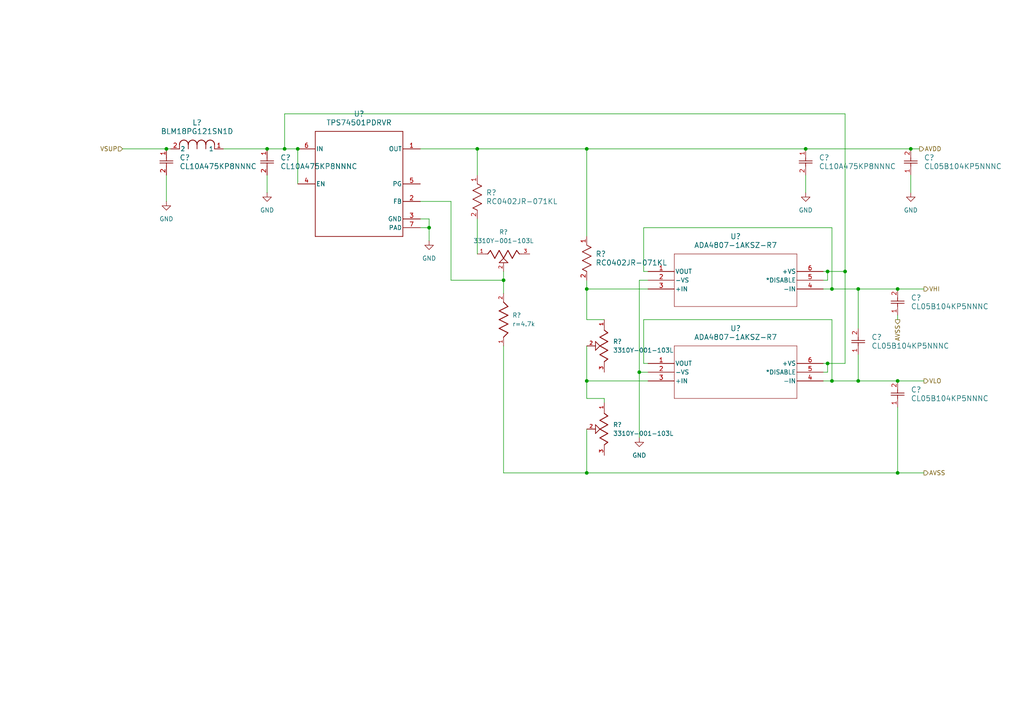
<source format=kicad_sch>
(kicad_sch (version 20231120) (generator "eeschema") (generator_version "8.0")
  (paper "A4")
  (lib_symbols
    (symbol "Cap100nF:CL05B104KP5NNNC" (pin_names (offset 0.254))
      (property "Reference" "C" (at 3.81 3.81 0))
      (property "Value" "CL05B104KP5NNNC" (at 3.81 -3.81 0))
      (symbol "CL05B104KP5NNNC_1_1"
        (polyline (pts (xy 2.54 0) (xy 3.4798 0)) (stroke (width 0.2032)))
        (polyline (pts (xy 3.4798 -1.905) (xy 3.4798 1.905)) (stroke (width 0.2032)))
        (polyline (pts (xy 4.1148 -1.905) (xy 4.1148 1.905)) (stroke (width 0.2032)))
        (polyline (pts (xy 4.1148 0) (xy 5.08 0)) (stroke (width 0.2032)))
        (pin unspecified line (at 0 0 0) (length 2.54) (name "") (number "1"))
        (pin unspecified line (at 7.62 0 180) (length 2.54) (name "") (number "2"))
      )
      (symbol "CL05B104KP5NNNC_1_2"
        (polyline (pts (xy -1.905 -4.1148) (xy 1.905 -4.1148)) (stroke (width 0.2032)))
        (polyline (pts (xy -1.905 -3.4798) (xy 1.905 -3.4798)) (stroke (width 0.2032)))
        (polyline (pts (xy 0 -4.1148) (xy 0 -5.08)) (stroke (width 0.2032)))
        (polyline (pts (xy 0 -2.54) (xy 0 -3.4798)) (stroke (width 0.2032)))
        (pin unspecified line (at 0 0 270) (length 2.54) (name "") (number "1"))
        (pin unspecified line (at 0 -7.62 90) (length 2.54) (name "") (number "2"))
      )
    )
    (symbol "Cap4.7uF:CL10A475KP8NNNC" (pin_names (offset 0.254))
      (property "Reference" "C" (at 3.81 3.81 0))
      (property "Value" "CL10A475KP8NNNC" (at 3.81 -3.81 0))
      (symbol "CL10A475KP8NNNC_1_1"
        (polyline (pts (xy 2.54 0) (xy 3.4798 0)) (stroke (width 0.2032)))
        (polyline (pts (xy 3.4798 -1.905) (xy 3.4798 1.905)) (stroke (width 0.2032)))
        (polyline (pts (xy 4.1148 -1.905) (xy 4.1148 1.905)) (stroke (width 0.2032)))
        (polyline (pts (xy 4.1148 0) (xy 5.08 0)) (stroke (width 0.2032)))
        (pin unspecified line (at 0 0 0) (length 2.54) (name "") (number "1"))
        (pin unspecified line (at 7.62 0 180) (length 2.54) (name "") (number "2"))
      )
      (symbol "CL10A475KP8NNNC_1_2"
        (polyline (pts (xy -1.905 -4.1148) (xy 1.905 -4.1148)) (stroke (width 0.2032)))
        (polyline (pts (xy -1.905 -3.4798) (xy 1.905 -3.4798)) (stroke (width 0.2032)))
        (polyline (pts (xy 0 -4.1148) (xy 0 -5.08)) (stroke (width 0.2032)))
        (polyline (pts (xy 0 -2.54) (xy 0 -3.4798)) (stroke (width 0.2032)))
        (pin unspecified line (at 0 0 270) (length 2.54) (name "") (number "1"))
        (pin unspecified line (at 0 -7.62 90) (length 2.54) (name "") (number "2"))
      )
    )
    (symbol "LDO:TPS74501PDRVR" (pin_names (offset 0.254))
      (property "Reference" "U" (at 0 2.54 0))
      (property "Value" "TPS74501PDRVR" (at 0 0 0))
      (symbol "TPS74501PDRVR_0_1"
        (polyline (pts (xy -12.7 -15.24) (xy 12.7 -15.24)) (stroke (width 0.2032)))
        (polyline (pts (xy -12.7 15.24) (xy -12.7 -15.24)) (stroke (width 0.2032)))
        (polyline (pts (xy 12.7 -15.24) (xy 12.7 15.24)) (stroke (width 0.2032)))
        (polyline (pts (xy 12.7 15.24) (xy -12.7 15.24)) (stroke (width 0.2032)))
        (pin power_in line (at 17.78 10.16 180) (length 5.08) (name "OUT") (number "1"))
        (pin input line (at 17.78 -5.08 180) (length 5.08) (name "FB") (number "2"))
        (pin power_in line (at 17.78 -10.16 180) (length 5.08) (name "GND") (number "3"))
        (pin input line (at -17.78 0 0) (length 5.08) (name "EN") (number "4"))
        (pin open_collector line (at 17.78 0 180) (length 5.08) (name "PG") (number "5"))
        (pin power_in line (at -17.78 10.16 0) (length 5.08) (name "IN") (number "6"))
        (pin power_in line (at 17.78 -12.7 180) (length 5.08) (name "PAD") (number "7"))
      )
    )
    (symbol "Opamp:ADA4807-1AKSZ-R7" (pin_names (offset 0.254))
      (property "Reference" "U" (at 25.4 10.16 0))
      (property "Value" "ADA4807-1AKSZ-R7" (at 25.4 7.62 0))
      (symbol "ADA4807-1AKSZ-R7_0_1"
        (polyline (pts (xy 7.62 -10.16) (xy 43.18 -10.16)) (stroke (width 0.127)))
        (polyline (pts (xy 7.62 5.08) (xy 7.62 -10.16)) (stroke (width 0.127)))
        (polyline (pts (xy 43.18 -10.16) (xy 43.18 5.08)) (stroke (width 0.127)))
        (polyline (pts (xy 43.18 5.08) (xy 7.62 5.08)) (stroke (width 0.127)))
        (pin power_in line (at 0 0 0) (length 7.62) (name "VOUT") (number "1"))
        (pin power_in line (at 0 -2.54 0) (length 7.62) (name "-VS") (number "2"))
        (pin input line (at 0 -5.08 0) (length 7.62) (name "+IN") (number "3"))
        (pin input line (at 50.8 -5.08 180) (length 7.62) (name "-IN") (number "4"))
        (pin unspecified line (at 50.8 -2.54 180) (length 7.62) (name "*DISABLE") (number "5"))
        (pin power_in line (at 50.8 0 180) (length 7.62) (name "+VS") (number "6"))
      )
    )
    (symbol "Resistor1k:RC0402JR-071KL" (pin_names (offset 0.254))
      (property "Reference" "R" (at 5.715 3.81 0))
      (property "Value" "RC0402JR-071KL" (at 6.35 -3.81 0))
      (symbol "RC0402JR-071KL_1_1"
        (polyline (pts (xy 2.54 0) (xy 3.175 1.27)) (stroke (width 0.2032)))
        (polyline (pts (xy 3.175 1.27) (xy 4.445 -1.27)) (stroke (width 0.2032)))
        (polyline (pts (xy 4.445 -1.27) (xy 5.715 1.27)) (stroke (width 0.2032)))
        (polyline (pts (xy 5.715 1.27) (xy 6.985 -1.27)) (stroke (width 0.2032)))
        (polyline (pts (xy 6.985 -1.27) (xy 8.255 1.27)) (stroke (width 0.2032)))
        (polyline (pts (xy 8.255 1.27) (xy 9.525 -1.27)) (stroke (width 0.2032)))
        (polyline (pts (xy 9.525 -1.27) (xy 10.16 0)) (stroke (width 0.2032)))
        (pin unspecified line (at 12.7 0 180) (length 2.54) (name "") (number "1"))
        (pin unspecified line (at 0 0 0) (length 2.54) (name "") (number "2"))
      )
      (symbol "RC0402JR-071KL_1_2"
        (polyline (pts (xy -1.27 3.175) (xy 1.27 4.445)) (stroke (width 0.2032)))
        (polyline (pts (xy -1.27 5.715) (xy 1.27 6.985)) (stroke (width 0.2032)))
        (polyline (pts (xy -1.27 8.255) (xy 1.27 9.525)) (stroke (width 0.2032)))
        (polyline (pts (xy 0 2.54) (xy -1.27 3.175)) (stroke (width 0.2032)))
        (polyline (pts (xy 1.27 4.445) (xy -1.27 5.715)) (stroke (width 0.2032)))
        (polyline (pts (xy 1.27 6.985) (xy -1.27 8.255)) (stroke (width 0.2032)))
        (polyline (pts (xy 1.27 9.525) (xy 0 10.16)) (stroke (width 0.2032)))
        (pin unspecified line (at 0 12.7 270) (length 2.54) (name "") (number "1"))
        (pin unspecified line (at 0 0 90) (length 2.54) (name "") (number "2"))
      )
    )
    (symbol "ferriteBeads120Ohm:BLM18PG121SN1D" (pin_names (offset 0.254))
      (property "Reference" "L" (at 6.985 5.08 0))
      (property "Value" "BLM18PG121SN1D" (at 6.985 -2.54 0))
      (symbol "BLM18PG121SN1D_1_1"
        (polyline (pts (xy 2.54 0) (xy 2.54 1.27)) (stroke (width 0.2032)))
        (polyline (pts (xy 5.08 0) (xy 5.08 1.27)) (stroke (width 0.2032)))
        (polyline (pts (xy 7.62 0) (xy 7.62 1.27)) (stroke (width 0.2032)))
        (polyline (pts (xy 10.16 0) (xy 10.16 1.27)) (stroke (width 0.2032)))
        (polyline (pts (xy 12.7 0) (xy 12.7 1.27)) (stroke (width 0.2032)))
        (arc (start 5.08 1.27) (mid 3.81 2.5344) (end 2.54 1.27) (stroke (width 0.254)))
        (arc (start 7.62 1.27) (mid 6.35 2.5344) (end 5.08 1.27) (stroke (width 0.254)))
        (arc (start 10.16 1.27) (mid 8.89 2.5344) (end 7.62 1.27) (stroke (width 0.254)))
        (arc (start 12.7 1.27) (mid 11.43 2.5344) (end 10.16 1.27) (stroke (width 0.254)))
        (pin unspecified line (at 15.24 0 180) (length 2.54) (name "1") (number "1"))
        (pin unspecified line (at 0 0 0) (length 2.54) (name "2") (number "2"))
      )
      (symbol "BLM18PG121SN1D_1_2"
        (arc (start -1.27 5.08) (mid -2.5344 3.81) (end -1.27 2.54) (stroke (width 0.254)))
        (arc (start -1.27 7.62) (mid -2.5344 6.35) (end -1.27 5.08) (stroke (width 0.254)))
        (arc (start -1.27 10.16) (mid -2.5344 8.89) (end -1.27 7.62) (stroke (width 0.254)))
        (arc (start -1.27 12.7) (mid -2.5344 11.43) (end -1.27 10.16) (stroke (width 0.254)))
        (polyline (pts (xy 0 2.54) (xy -1.27 2.54)) (stroke (width 0.2032)))
        (polyline (pts (xy 0 5.08) (xy -1.27 5.08)) (stroke (width 0.2032)))
        (polyline (pts (xy 0 7.62) (xy -1.27 7.62)) (stroke (width 0.2032)))
        (polyline (pts (xy 0 10.16) (xy -1.27 10.16)) (stroke (width 0.2032)))
        (polyline (pts (xy 0 12.7) (xy -1.27 12.7)) (stroke (width 0.2032)))
        (pin unspecified line (at 0 15.24 270) (length 2.54) (name "1") (number "1"))
        (pin unspecified line (at 0 0 90) (length 2.54) (name "2") (number "2"))
      )
    )
    (symbol "potentiometer:3310Y-001-103L" (pin_names (offset 1.016))
      (property "Reference" "R" (at -5.0895 5.0895 0))
      (property "Value" "3310Y-001-103L" (at -5.0814 2.5407 0))
      (symbol "3310Y-001-103L_0_0"
        (polyline (pts (xy -5.08 0) (xy -4.572 0)) (stroke (width 0.1524)))
        (polyline (pts (xy -4.572 0) (xy -3.81 1.016)) (stroke (width 0.254)))
        (polyline (pts (xy -3.81 1.016) (xy -2.54 -1.27)) (stroke (width 0.254)))
        (polyline (pts (xy -2.54 -1.27) (xy -1.27 1.016)) (stroke (width 0.254)))
        (polyline (pts (xy -1.27 -2.54) (xy 0 -1.27)) (stroke (width 0.2032)))
        (polyline (pts (xy -1.27 1.016) (xy 0 -1.27)) (stroke (width 0.254)))
        (polyline (pts (xy 0 -1.27) (xy 1.27 -2.54)) (stroke (width 0.2032)))
        (polyline (pts (xy 0 -1.27) (xy 1.27 1.016)) (stroke (width 0.254)))
        (polyline (pts (xy 1.27 -2.54) (xy -1.27 -2.54)) (stroke (width 0.2032)))
        (polyline (pts (xy 1.27 1.016) (xy 2.54 -1.27)) (stroke (width 0.254)))
        (polyline (pts (xy 2.54 -1.27) (xy 3.81 1.016)) (stroke (width 0.254)))
        (polyline (pts (xy 3.81 1.016) (xy 4.572 0)) (stroke (width 0.254)))
        (polyline (pts (xy 4.572 0) (xy 5.08 0)) (stroke (width 0.1524)))
        (pin passive line (at -7.62 0 0) (length 2.54) (name "~") (number "1"))
        (pin passive line (at 0 -5.08 90) (length 2.54) (name "~") (number "2"))
        (pin passive line (at 7.62 0 180) (length 2.54) (name "~") (number "3"))
      )
    )
    (symbol "power:GND" (power) (pin_numbers hide) (pin_names (offset 0) hide)
      (property "Value" "GND" (at 0 -3.81 0))
      (symbol "GND_0_1"
        (polyline (pts (xy 0 0) (xy 0 -1.27) (xy 1.27 -1.27) (xy 0 -2.54) (xy -1.27 -1.27) (xy 0 -1.27)))
      )
      (symbol "GND_1_1"
        (pin power_in line (at 0 0 270) (length 0) (name "~") (number "1"))
      )
    )
    (symbol "resistor4.7k:RC0402FR-074K7L" (pin_names (offset 1.016))
      (property "Reference" "R" (at -4.447 2.0075 0))
      (property "Value" "RC0402FR-074K7L" (at -4.4467 -3.5574 0))
      (symbol "RC0402FR-074K7L_0_0"
        (polyline (pts (xy -5.08 0) (xy -3.81 -1.27)) (stroke (width 0.254)))
        (polyline (pts (xy -3.81 -1.27) (xy -2.54 1.27)) (stroke (width 0.254)))
        (polyline (pts (xy -2.54 1.27) (xy -1.27 -1.27)) (stroke (width 0.254)))
        (polyline (pts (xy -1.27 -1.27) (xy 0 1.27)) (stroke (width 0.254)))
        (polyline (pts (xy 0 1.27) (xy 1.27 -1.27)) (stroke (width 0.254)))
        (polyline (pts (xy 1.27 -1.27) (xy 2.54 1.27)) (stroke (width 0.254)))
        (polyline (pts (xy 2.54 1.27) (xy 3.81 -1.27)) (stroke (width 0.254)))
        (polyline (pts (xy 3.81 -1.27) (xy 5.08 0)) (stroke (width 0.254)))
        (pin passive line (at -7.62 0 0) (length 2.54) (name "~") (number "1"))
        (pin passive line (at 7.62 0 180) (length 2.54) (name "~") (number "2"))
      )
    )
  )
  (junction (at 233.68 43.18))
  (junction (at 260.35 110.49))
  (junction (at 248.92 110.49))
  (junction (at 170.18 137.16))
  (junction (at 240.03 105.41))
  (junction (at 170.18 83.82))
  (junction (at 82.55 43.18))
  (junction (at 77.47 43.18))
  (junction (at 170.18 43.18))
  (junction (at 241.3 83.82))
  (junction (at 86.36 43.18))
  (junction (at 48.26 43.18))
  (junction (at 260.35 137.16))
  (junction (at 260.35 83.82))
  (junction (at 241.3 110.49))
  (junction (at 138.43 43.18))
  (junction (at 264.16 43.18))
  (junction (at 124.46 66.04))
  (junction (at 240.03 78.74))
  (junction (at 248.92 83.82))
  (junction (at 146.05 81.28))
  (junction (at 245.11 78.74))
  (junction (at 185.42 107.95))
  (junction (at 170.18 110.49))
  (wire (pts (xy 138.43 63.5) (xy 138.43 73.66)))
  (wire (pts (xy 185.42 107.95) (xy 187.96 107.95)))
  (wire (pts (xy 240.03 105.41) (xy 240.03 107.95)))
  (wire (pts (xy 170.18 100.33) (xy 170.18 110.49)))
  (wire (pts (xy 241.3 110.49) (xy 248.92 110.49)))
  (wire (pts (xy 238.76 78.74) (xy 240.03 78.74)))
  (wire (pts (xy 146.05 81.28) (xy 130.81 81.28)))
  (wire (pts (xy 170.18 43.18) (xy 233.68 43.18)))
  (wire (pts (xy 248.92 83.82) (xy 260.35 83.82)))
  (wire (pts (xy 170.18 92.71) (xy 175.26 92.71)))
  (wire (pts (xy 138.43 43.18) (xy 170.18 43.18)))
  (wire (pts (xy 241.3 66.04) (xy 186.69 66.04)))
  (wire (pts (xy 121.92 43.18) (xy 138.43 43.18)))
  (wire (pts (xy 240.03 105.41) (xy 245.11 105.41)))
  (wire (pts (xy 77.47 55.88) (xy 77.47 50.8)))
  (wire (pts (xy 241.3 83.82) (xy 241.3 66.04)))
  (wire (pts (xy 185.42 81.28) (xy 187.96 81.28)))
  (wire (pts (xy 238.76 107.95) (xy 240.03 107.95)))
  (wire (pts (xy 170.18 43.18) (xy 170.18 68.58)))
  (wire (pts (xy 185.42 107.95) (xy 185.42 127)))
  (wire (pts (xy 245.11 33.02) (xy 245.11 78.74)))
  (wire (pts (xy 121.92 66.04) (xy 124.46 66.04)))
  (wire (pts (xy 35.56 43.18) (xy 48.26 43.18)))
  (wire (pts (xy 146.05 137.16) (xy 170.18 137.16)))
  (wire (pts (xy 264.16 50.8) (xy 264.16 55.88)))
  (wire (pts (xy 260.35 118.11) (xy 260.35 137.16)))
  (wire (pts (xy 241.3 110.49) (xy 241.3 92.71)))
  (wire (pts (xy 146.05 78.74) (xy 146.05 81.28)))
  (wire (pts (xy 245.11 78.74) (xy 245.11 105.41)))
  (wire (pts (xy 260.35 137.16) (xy 267.97 137.16)))
  (wire (pts (xy 240.03 78.74) (xy 240.03 81.28)))
  (wire (pts (xy 146.05 100.33) (xy 146.05 137.16)))
  (wire (pts (xy 241.3 83.82) (xy 248.92 83.82)))
  (wire (pts (xy 124.46 66.04) (xy 124.46 69.85)))
  (wire (pts (xy 82.55 33.02) (xy 245.11 33.02)))
  (wire (pts (xy 240.03 78.74) (xy 245.11 78.74)))
  (wire (pts (xy 248.92 83.82) (xy 248.92 95.25)))
  (wire (pts (xy 248.92 102.87) (xy 248.92 110.49)))
  (wire (pts (xy 138.43 43.18) (xy 138.43 50.8)))
  (wire (pts (xy 170.18 81.28) (xy 170.18 83.82)))
  (wire (pts (xy 238.76 81.28) (xy 240.03 81.28)))
  (wire (pts (xy 48.26 43.18) (xy 49.53 43.18)))
  (wire (pts (xy 170.18 124.46) (xy 170.18 137.16)))
  (wire (pts (xy 77.47 43.18) (xy 82.55 43.18)))
  (wire (pts (xy 186.69 66.04) (xy 186.69 78.74)))
  (wire (pts (xy 82.55 43.18) (xy 86.36 43.18)))
  (wire (pts (xy 248.92 110.49) (xy 260.35 110.49)))
  (wire (pts (xy 170.18 83.82) (xy 170.18 92.71)))
  (wire (pts (xy 260.35 110.49) (xy 267.97 110.49)))
  (wire (pts (xy 238.76 110.49) (xy 241.3 110.49)))
  (wire (pts (xy 82.55 43.18) (xy 82.55 33.02)))
  (wire (pts (xy 186.69 92.71) (xy 186.69 105.41)))
  (wire (pts (xy 186.69 105.41) (xy 187.96 105.41)))
  (wire (pts (xy 185.42 81.28) (xy 185.42 107.95)))
  (wire (pts (xy 186.69 78.74) (xy 187.96 78.74)))
  (wire (pts (xy 170.18 83.82) (xy 187.96 83.82)))
  (wire (pts (xy 130.81 81.28) (xy 130.81 58.42)))
  (wire (pts (xy 124.46 63.5) (xy 124.46 66.04)))
  (wire (pts (xy 260.35 91.44) (xy 260.35 92.71)))
  (wire (pts (xy 233.68 43.18) (xy 264.16 43.18)))
  (wire (pts (xy 238.76 83.82) (xy 241.3 83.82)))
  (wire (pts (xy 121.92 63.5) (xy 124.46 63.5)))
  (wire (pts (xy 241.3 92.71) (xy 186.69 92.71)))
  (wire (pts (xy 170.18 137.16) (xy 260.35 137.16)))
  (wire (pts (xy 86.36 43.18) (xy 86.36 53.34)))
  (wire (pts (xy 170.18 110.49) (xy 187.96 110.49)))
  (wire (pts (xy 175.26 115.57) (xy 175.26 116.84)))
  (wire (pts (xy 146.05 81.28) (xy 146.05 85.09)))
  (wire (pts (xy 260.35 83.82) (xy 267.97 83.82)))
  (wire (pts (xy 264.16 43.18) (xy 266.7 43.18)))
  (wire (pts (xy 238.76 105.41) (xy 240.03 105.41)))
  (wire (pts (xy 130.81 58.42) (xy 121.92 58.42)))
  (wire (pts (xy 48.26 50.8) (xy 48.26 58.42)))
  (wire (pts (xy 233.68 50.8) (xy 233.68 55.88)))
  (wire (pts (xy 64.77 43.18) (xy 77.47 43.18)))
  (wire (pts (xy 170.18 110.49) (xy 170.18 115.57)))
  (wire (pts (xy 170.18 115.57) (xy 175.26 115.57)))
  (hierarchical_label "VHI" (shape output) (at 267.97 83.82 0))
  (hierarchical_label "VLO" (shape output) (at 267.97 110.49 0))
  (hierarchical_label "VSUP" (shape input) (at 35.56 43.18 180))
  (hierarchical_label "AVDD" (shape output) (at 266.7 43.18 0))
  (hierarchical_label "AVSS" (shape output) (at 267.97 137.16 0))
  (hierarchical_label "AVSS" (shape output) (at 260.35 92.71 270))
  (symbol (lib_id "power:GND") (at 264.16 55.88 0) (unit 1)
    (property "Reference" "#PWR?" (effects (hide yes)))
    (property "Value" "GND" (at 264.16 60.96 0))
    (property "Description" "Power symbol creates a global label with name \"GND\" , ground" (effects (hide yes)))
    (instances (project "board_main" (path "" (reference "#PWR?") (unit 1))) (project "test_board_1" (path "" (reference "#PWR022") (unit 1))))
  )
  (symbol (lib_id "Resistor1k:RC0402JR-071KL") (at 138.43 63.5 90) (unit 1)
    (property "Reference" "R?" (at 140.97 55.8799 90) (effects (font (size 1.524 1.524)) (justify right)))
    (property "Value" "RC0402JR-071KL" (at 140.97 58.4199 90) (effects (font (size 1.524 1.524)) (justify right)))
    (property "Footprint" "RC0402N_YAG" (effects (hide yes)))
    (property "Datasheet" "RC0402JR-071KL" (effects (hide yes)))
    (property "Sim.Device" "R" (effects (hide yes)))
    (property "Sim.Pins" "1=+ 2=-" (effects (hide yes)))
    (property "Sim.Params" "r=1k" (effects (hide yes)))
    (property "Sim.Type" "=" (effects (hide yes)))
    (instances (project "" (path "" (reference "R?") (unit 1))) (project "board_main" (path "" (reference "R?") (unit 1))) (project "" (path "" (reference "R1") (unit 1))))
  )
  (symbol (lib_id "potentiometer:3310Y-001-103L") (at 175.26 100.33 270) (unit 1)
    (property "Reference" "R?" (at 177.8 99.0599 90) (effects (justify left)))
    (property "Value" "3310Y-001-103L" (at 177.8 101.5999 90) (effects (justify left)))
    (property "Footprint" "3310Y-001-103L:TRIM_3310Y-001-103L" (effects (hide yes)))
    (property "STANDARD" "IPC 7351B" (effects (hide yes)))
    (property "MANUFACTURER" "BOURNS" (effects (hide yes)))
    (property "Sim.Device" "R" (effects (hide yes)))
    (property "Sim.Type" "POT" (effects (hide yes)))
    (property "Sim.Pins" "1=r0 2=wiper 3=r1" (effects (hide yes)))
    (property "Sim.Params" "r=5k" (effects (hide yes)))
    (instances (project "board_main" (path "" (reference "R?") (unit 1))) (project "analogSupply_final_sim" (path "" (reference "R2") (unit 1))))
  )
  (symbol (lib_id "potentiometer:3310Y-001-103L") (at 146.05 73.66 0) (unit 1)
    (property "Reference" "R?" (at 146.05 67.31 0))
    (property "Value" "3310Y-001-103L" (at 146.05 69.85 0))
    (property "Footprint" "3310Y-001-103L:TRIM_3310Y-001-103L" (effects (hide yes)))
    (property "STANDARD" "IPC 7351B" (effects (hide yes)))
    (property "MANUFACTURER" "BOURNS" (effects (hide yes)))
    (property "Sim.Device" "R" (effects (hide yes)))
    (property "Sim.Type" "POT" (effects (hide yes)))
    (property "Sim.Pins" "1=r0 2=wiper 3=r1" (effects (hide yes)))
    (property "Sim.Params" "r=5k" (effects (hide yes)))
    (instances (project "board_main" (path "" (reference "R?") (unit 1))) (project "" (path "" (reference "R7") (unit 1))))
  )
  (symbol (lib_id "Cap4.7uF:CL10A475KP8NNNC") (at 77.47 43.18 270) (unit 1)
    (property "Reference" "C?" (at 81.28 45.7199 90) (effects (font (size 1.524 1.524)) (justify left)))
    (property "Value" "CL10A475KP8NNNC" (at 81.28 48.2599 90) (effects (font (size 1.524 1.524)) (justify left)))
    (property "Footprint" "CAP_0603_CL10A_1P6XP8_SAM" (effects (hide yes)))
    (property "Datasheet" "CL10A475KP8NNNC" (effects (hide yes)))
    (property "Sim.Library" "/home/maxwell/github-repos/sp-24-EE628/6_Test/2_PCB/test_board_1/TestBoardEDA/models/CL10A475KP8NNN_Precise_DC0V_25degC_P.lib" (effects (hide yes)))
    (property "Sim.Name" "CL10A475KP8NNN_Precise_DC0V_25degC" (effects (hide yes)))
    (property "Sim.Device" "SUBCKT" (effects (hide yes)))
    (property "Sim.Pins" "1=1 2=2" (effects (hide yes)))
    (instances (project "" (path "" (reference "C?") (unit 1))) (project "board_main" (path "" (reference "C?") (unit 1))) (project "" (path "" (reference "C1") (unit 1))))
  )
  (symbol (lib_id "Cap100nF:CL05B104KP5NNNC") (at 248.92 102.87 90) (unit 1)
    (property "Reference" "C?" (at 252.73 97.7899 90) (effects (font (size 1.524 1.524)) (justify right)))
    (property "Value" "CL05B104KP5NNNC" (at 252.73 100.3299 90) (effects (font (size 1.524 1.524)) (justify right)))
    (property "Footprint" "CAP_CL05_SAM" (effects (hide yes)))
    (property "Datasheet" "CL05B104KP5NNNC" (effects (hide yes)))
    (property "Sim.Device" "C" (effects (hide yes)))
    (property "Sim.Pins" "1=+ 2=-" (effects (hide yes)))
    (property "Sim.Params" "c=100n" (effects (hide yes)))
    (property "Sim.Type" "=" (effects (hide yes)))
    (instances (project "board_main" (path "" (reference "C?") (unit 1))) (project "analogSupply_final_sim" (path "" (reference "C4") (unit 1))))
  )
  (symbol (lib_id "Cap4.7uF:CL10A475KP8NNNC") (at 48.26 43.18 270) (unit 1)
    (property "Reference" "C?" (at 52.07 45.7199 90) (effects (font (size 1.524 1.524)) (justify left)))
    (property "Value" "CL10A475KP8NNNC" (at 52.07 48.2599 90) (effects (font (size 1.524 1.524)) (justify left)))
    (property "Footprint" "CAP_0603_CL10A_1P6XP8_SAM" (effects (hide yes)))
    (property "Datasheet" "CL10A475KP8NNNC" (effects (hide yes)))
    (property "Sim.Library" "/home/maxwell/github-repos/sp-24-EE628/6_Test/2_PCB/test_board_1/TestBoardEDA/models/CL10A475KP8NNN_Precise_DC0V_25degC_P.lib" (effects (hide yes)))
    (property "Sim.Name" "CL10A475KP8NNN_Precise_DC0V_25degC" (effects (hide yes)))
    (property "Sim.Device" "SUBCKT" (effects (hide yes)))
    (property "Sim.Pins" "1=1 2=2" (effects (hide yes)))
    (instances (project "board_main" (path "" (reference "C?") (unit 1))) (project "analogSupply_final" (path "" (reference "C3") (unit 1))))
  )
  (symbol (lib_id "resistor4.7k:RC0402FR-074K7L") (at 146.05 92.71 90) (unit 1)
    (property "Reference" "R?" (at 148.59 91.4399 90) (effects (justify right)))
    (property "Value" "${SIM.PARAMS}" (at 148.59 93.9799 90) (effects (justify right)))
    (property "Footprint" "RC0402FR-074K7L:RESC1005X40" (effects (hide yes)))
    (property "DigiKey_Part_Number" "311-4.7KLRTR-ND" (effects (hide yes)))
    (property "SnapEDA_Link" "https://www.snapeda.com/parts/RC0402FR-074K7L/Yageo/view-part/?ref=snap" (effects (hide yes)))
    (property "Description_1" "\n4.7 kOhms ±1% 0.063W, 1/16W Chip Resistor 0402 (1005 Metric) Moisture Resistant Thick Film\n" (effects (hide yes)))
    (property "Package" "1005 Panasonic Electronic Components" (effects (hide yes)))
    (property "Check_prices" "https://www.snapeda.com/parts/RC0402FR-074K7L/Yageo/view-part/?ref=eda" (effects (hide yes)))
    (property "MF" "Yageo" (effects (hide yes)))
    (property "MP" "RC0402FR-074K7L" (effects (hide yes)))
    (property "MANUFACTURER" "YAGEO" (effects (hide yes)))
    (property "Sim.Device" "R" (effects (hide yes)))
    (property "Sim.Type" "=" (effects (hide yes)))
    (property "Sim.Params" "r=4.7k" (effects (hide yes)))
    (property "Sim.Pins" "1=+ 2=-" (effects (hide yes)))
    (instances (project "board_main" (path "" (reference "R?") (unit 1))) (project "" (path "" (reference "R3") (unit 1))))
  )
  (symbol (lib_id "Cap100nF:CL05B104KP5NNNC") (at 260.35 91.44 90) (unit 1)
    (property "Reference" "C?" (at 264.16 86.3599 90) (effects (font (size 1.524 1.524)) (justify right)))
    (property "Value" "CL05B104KP5NNNC" (at 264.16 88.8999 90) (effects (font (size 1.524 1.524)) (justify right)))
    (property "Footprint" "CAP_CL05_SAM" (effects (hide yes)))
    (property "Datasheet" "CL05B104KP5NNNC" (effects (hide yes)))
    (property "Sim.Device" "C" (effects (hide yes)))
    (property "Sim.Pins" "1=+ 2=-" (effects (hide yes)))
    (property "Sim.Params" "c=100n" (effects (hide yes)))
    (property "Sim.Type" "=" (effects (hide yes)))
    (instances (project "board_main" (path "" (reference "C?") (unit 1))) (project "analogSupply_final_sim" (path "" (reference "C5") (unit 1))))
  )
  (symbol (lib_id "power:GND") (at 124.46 69.85 0) (unit 1)
    (property "Reference" "#PWR?" (effects (hide yes)))
    (property "Value" "GND" (at 124.46 74.93 0))
    (property "Description" "Power symbol creates a global label with name \"GND\" , ground" (effects (hide yes)))
    (instances (project "ldo" (path "" (reference "#PWR?") (unit 1))) (project "board_main" (path "" (reference "#PWR?") (unit 1))) (project "" (path "" (reference "#PWR0102") (unit 1))))
  )
  (symbol (lib_id "Opamp:ADA4807-1AKSZ-R7") (at 187.96 105.41 0) (unit 1)
    (property "Reference" "U?" (at 213.36 95.25 0) (effects (font (size 1.524 1.524))))
    (property "Value" "ADA4807-1AKSZ-R7" (at 213.36 97.79 0) (effects (font (size 1.524 1.524))))
    (property "Footprint" "KS-6_ADI" (effects (hide yes)))
    (property "Datasheet" "ADA4807-1AKSZ-R7" (effects (hide yes)))
    (property "Sim.Library" "/home/maxwell/github-repos/sp-24-EE628/6_Test/2_PCB/test_board_1/TestBoardEDA/models/ADA4807.cir" (effects (hide yes)))
    (property "Sim.Name" "ADA4807" (effects (hide yes)))
    (property "Sim.Device" "SUBCKT" (effects (hide yes)))
    (property "Sim.Pins" "1=104 2=103 3=100 4=101 5=106 6=102" (effects (hide yes)))
    (instances (project "board_main" (path "" (reference "U?") (unit 1))) (project "" (path "" (reference "U3") (unit 1))) (project "OpAmps_p1_p2_300mv" (path "" (reference "U?") (unit 1))))
  )
  (symbol (lib_id "Resistor1k:RC0402JR-071KL") (at 170.18 81.28 90) (unit 1)
    (property "Reference" "R?" (at 172.72 73.6599 90) (effects (font (size 1.524 1.524)) (justify right)))
    (property "Value" "RC0402JR-071KL" (at 172.72 76.1999 90) (effects (font (size 1.524 1.524)) (justify right)))
    (property "Footprint" "RC0402N_YAG" (effects (hide yes)))
    (property "Datasheet" "RC0402JR-071KL" (effects (hide yes)))
    (property "Sim.Device" "R" (effects (hide yes)))
    (property "Sim.Pins" "1=+ 2=-" (effects (hide yes)))
    (property "Sim.Params" "r=1k" (effects (hide yes)))
    (property "Sim.Type" "=" (effects (hide yes)))
    (instances (project "board_main" (path "" (reference "R?") (unit 1))) (project "analogSupply_final" (path "" (reference "R4") (unit 1))))
  )
  (symbol (lib_id "LDO:TPS74501PDRVR") (at 104.14 53.34 0) (unit 1)
    (property "Reference" "U?" (at 104.14 33.02 0) (effects (font (size 1.524 1.524))))
    (property "Value" "TPS74501PDRVR" (at 104.14 35.56 0) (effects (font (size 1.524 1.524))))
    (property "Footprint" "DRV0006A" (effects (hide yes)))
    (property "Datasheet" "TPS74501PDRVR" (effects (hide yes)))
    (property "Sim.Library" "/home/maxwell/github-repos/sp-24-EE628/6_Test/2_PCB/test_board_1/TestBoardEDA/models/TPS74501P_TRANS.lib" (effects (hide yes)))
    (property "Sim.Name" "TPS74501P_TRANS" (effects (hide yes)))
    (property "Sim.Device" "SUBCKT" (effects (hide yes)))
    (property "Sim.Pins" "1=VOUT 2=FB 3=GND 4=EN 5=PG 6=VIN" (effects (hide yes)))
    (instances (project "" (path "" (reference "U?") (unit 1))) (project "board_main" (path "" (reference "U?") (unit 1))) (project "" (path "" (reference "U1") (unit 1))))
  )
  (symbol (lib_id "potentiometer:3310Y-001-103L") (at 175.26 124.46 270) (unit 1)
    (property "Reference" "R?" (at 177.8 123.1899 90) (effects (justify left)))
    (property "Value" "3310Y-001-103L" (at 177.8 125.7299 90) (effects (justify left)))
    (property "Footprint" "3310Y-001-103L:TRIM_3310Y-001-103L" (effects (hide yes)))
    (property "STANDARD" "IPC 7351B" (effects (hide yes)))
    (property "MANUFACTURER" "BOURNS" (effects (hide yes)))
    (property "Sim.Device" "R" (effects (hide yes)))
    (property "Sim.Type" "POT" (effects (hide yes)))
    (property "Sim.Pins" "1=r0 2=wiper 3=r1" (effects (hide yes)))
    (property "Sim.Params" "r=5k" (effects (hide yes)))
    (instances (project "board_main" (path "" (reference "R?") (unit 1))) (project "analogSupply_final_sim" (path "" (reference "R5") (unit 1))))
  )
  (symbol (lib_id "power:GND") (at 77.47 55.88 0) (unit 1)
    (property "Reference" "#PWR?" (effects (hide yes)))
    (property "Value" "GND" (at 77.47 60.96 0))
    (property "Description" "Power symbol creates a global label with name \"GND\" , ground" (effects (hide yes)))
    (instances (project "board_main" (path "" (reference "#PWR?") (unit 1))) (project "analogSupply_without_pots" (path "" (reference "#PWR0101") (unit 1))))
  )
  (symbol (lib_id "Opamp:ADA4807-1AKSZ-R7") (at 187.96 78.74 0) (unit 1)
    (property "Reference" "U?" (at 213.36 68.58 0) (effects (font (size 1.524 1.524))))
    (property "Value" "ADA4807-1AKSZ-R7" (at 213.36 71.12 0) (effects (font (size 1.524 1.524))))
    (property "Footprint" "KS-6_ADI" (effects (hide yes)))
    (property "Datasheet" "ADA4807-1AKSZ-R7" (effects (hide yes)))
    (property "Sim.Library" "/home/maxwell/github-repos/sp-24-EE628/6_Test/2_PCB/test_board_1/TestBoardEDA/models/ADA4807.cir" (effects (hide yes)))
    (property "Sim.Name" "ADA4807" (effects (hide yes)))
    (property "Sim.Device" "SUBCKT" (effects (hide yes)))
    (property "Sim.Pins" "1=104 2=103 3=100 4=101 5=106 6=102" (effects (hide yes)))
    (instances (project "board_main" (path "" (reference "U?") (unit 1))) (project "opamp1_pot_low" (path "" (reference "U?") (unit 1))) (project "" (path "" (reference "U?") (unit 1))) (project "" (path "" (reference "U2") (unit 1))) (project "" (path "" (reference "U?") (unit 1))))
  )
  (symbol (lib_id "Cap4.7uF:CL10A475KP8NNNC") (at 233.68 43.18 270) (unit 1)
    (property "Reference" "C?" (at 237.49 45.7199 90) (effects (font (size 1.524 1.524)) (justify left)))
    (property "Value" "CL10A475KP8NNNC" (at 237.49 48.2599 90) (effects (font (size 1.524 1.524)) (justify left)))
    (property "Footprint" "CAP_0603_CL10A_1P6XP8_SAM" (effects (hide yes)))
    (property "Datasheet" "CL10A475KP8NNNC" (effects (hide yes)))
    (property "Sim.Library" "/home/maxwell/github-repos/sp-24-EE628/6_Test/2_PCB/test_board_1/TestBoardEDA/models/CL10A475KP8NNN_Precise_DC0V_25degC_P.lib" (effects (hide yes)))
    (property "Sim.Name" "CL10A475KP8NNN_Precise_DC0V_25degC" (effects (hide yes)))
    (property "Sim.Device" "SUBCKT" (effects (hide yes)))
    (property "Sim.Pins" "1=1 2=2" (effects (hide yes)))
    (instances (project "ldo" (path "" (reference "C?") (unit 1))) (project "board_main" (path "" (reference "C?") (unit 1))) (project "" (path "" (reference "C2") (unit 1))))
  )
  (symbol (lib_id "power:GND") (at 48.26 58.42 0) (unit 1)
    (property "Reference" "#PWR?" (effects (hide yes)))
    (property "Value" "GND" (at 48.26 63.5 0))
    (property "Description" "Power symbol creates a global label with name \"GND\" , ground" (effects (hide yes)))
    (instances (project "board_main" (path "" (reference "#PWR?") (unit 1))) (project "analogSupply_final" (path "" (reference "#PWR01") (unit 1))))
  )
  (symbol (lib_id "power:GND") (at 185.42 127 0) (unit 1)
    (property "Reference" "#PWR?" (effects (hide yes)))
    (property "Value" "GND" (at 185.42 132.08 0))
    (property "Description" "Power symbol creates a global label with name \"GND\" , ground" (effects (hide yes)))
    (instances (project "board_main" (path "" (reference "#PWR?") (unit 1))) (project "" (path "" (reference "#PWR0107") (unit 1))) (project "OpAmps_p1_p2_300mv" (path "" (reference "#PWR?") (unit 1))))
  )
  (symbol (lib_id "Cap100nF:CL05B104KP5NNNC") (at 260.35 118.11 90) (unit 1)
    (property "Reference" "C?" (at 264.16 113.0299 90) (effects (font (size 1.524 1.524)) (justify right)))
    (property "Value" "CL05B104KP5NNNC" (at 264.16 115.5699 90) (effects (font (size 1.524 1.524)) (justify right)))
    (property "Footprint" "CAP_CL05_SAM" (effects (hide yes)))
    (property "Datasheet" "CL05B104KP5NNNC" (effects (hide yes)))
    (property "Sim.Device" "C" (effects (hide yes)))
    (property "Sim.Pins" "1=+ 2=-" (effects (hide yes)))
    (property "Sim.Params" "c=100n" (effects (hide yes)))
    (property "Sim.Type" "=" (effects (hide yes)))
    (instances (project "board_main" (path "" (reference "C?") (unit 1))) (project "analogSupply_final" (path "" (reference "C6") (unit 1))))
  )
  (symbol (lib_id "power:GND") (at 233.68 55.88 0) (unit 1)
    (property "Reference" "#PWR?" (effects (hide yes)))
    (property "Value" "GND" (at 233.68 60.96 0))
    (property "Description" "Power symbol creates a global label with name \"GND\" , ground" (effects (hide yes)))
    (instances (project "board_main" (path "" (reference "#PWR?") (unit 1))) (project "test_board_1" (path "" (reference "#PWR07") (unit 1))))
  )
  (symbol (lib_id "ferriteBeads120Ohm:BLM18PG121SN1D") (at 49.53 43.18 0) (unit 1)
    (property "Reference" "L?" (at 57.15 35.56 0) (effects (font (size 1.524 1.524))))
    (property "Value" "BLM18PG121SN1D" (at 57.15 38.1 0) (effects (font (size 1.524 1.524))))
    (property "Footprint" "IND_BLM18_0603_MUR" (effects (hide yes)))
    (property "Datasheet" "BLM18PG121SN1D" (effects (hide yes)))
    (property "Sim.Library" "/home/maxwell/github-repos/sp-24-EE628/6_Test/2_PCB/test_board_1/TestBoardEDA/models/BLM18PG121SN1.mod" (effects (hide yes)))
    (property "Sim.Name" "BLM18PG121SN1" (effects (hide yes)))
    (property "Sim.Device" "SUBCKT" (effects (hide yes)))
    (property "Sim.Pins" "1=port1 2=port2" (effects (hide yes)))
    (instances (project "" (path "" (reference "L?") (unit 1))) (project "board_main" (path "" (reference "L?") (unit 1))) (project "" (path "" (reference "L1") (unit 1))))
  )
  (symbol (lib_id "Cap100nF:CL05B104KP5NNNC") (at 264.16 50.8 90) (unit 1)
    (property "Reference" "C?" (at 267.97 45.7199 90) (effects (font (size 1.524 1.524)) (justify right)))
    (property "Value" "CL05B104KP5NNNC" (at 267.97 48.2599 90) (effects (font (size 1.524 1.524)) (justify right)))
    (property "Footprint" "CAP_CL05_SAM" (effects (hide yes)))
    (property "Datasheet" "CL05B104KP5NNNC" (effects (hide yes)))
    (property "Sim.Device" "C" (effects (hide yes)))
    (property "Sim.Pins" "1=+ 2=-" (effects (hide yes)))
    (property "Sim.Params" "c=100n" (effects (hide yes)))
    (property "Sim.Type" "=" (effects (hide yes)))
    (instances (project "board_main" (path "" (reference "C?") (unit 1))) (project "analogSupply_final_sim" (path "" (reference "C7") (unit 1))))
  )
)
</source>
